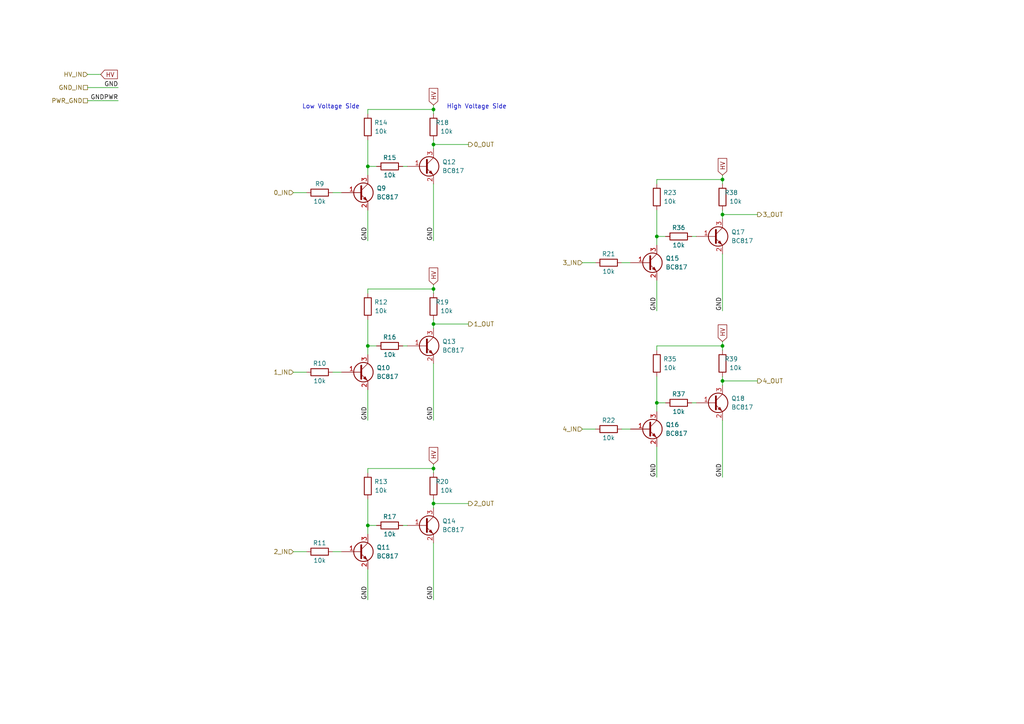
<source format=kicad_sch>
(kicad_sch (version 20211123) (generator eeschema)
  (paper "A4")
  (lib_symbols
    (symbol "000_Resistors_Immo:Resistor_0805" (pin_numbers hide) (pin_names (offset 0))
      (property "Reference" "R?" (at 2.54 1.2701 0))
      (property "Value" "Resistor_0805" (at 2.54 -1.2699 0))
      (symbol "Resistor_0805_0_1"
        (rectangle (start -1.016 -2.54) (end 1.016 2.54) (stroke (width 0.254)))
      )
      (symbol "Resistor_0805_1_1"
        (pin passive line (at 0 3.81 270) (length 1.27) (name "~") (number "1"))
        (pin passive line (at 0 -3.81 90) (length 1.27) (name "~") (number "2"))
      )
    )
    (symbol "Transistor_BJT:BC817" (pin_names (offset 0) hide)
      (property "Reference" "Q" (at 5.08 1.905 0))
      (property "Value" "BC817" (at 5.08 0 0))
      (symbol "BC817_0_1"
        (polyline (pts (xy 0.635 0.635) (xy 2.54 2.54)))
        (polyline (pts (xy 0.635 -0.635) (xy 2.54 -2.54) (xy 2.54 -2.54)))
        (polyline (pts (xy 0.635 1.905) (xy 0.635 -1.905) (xy 0.635 -1.905)) (stroke (width 0.508)))
        (polyline (pts (xy 1.27 -1.778) (xy 1.778 -1.27) (xy 2.286 -2.286) (xy 1.27 -1.778) (xy 1.27 -1.778)) (fill (type outline)))
        (circle (center 1.27 0) (radius 2.8194) (stroke (width 0.254)))
      )
      (symbol "BC817_1_1"
        (pin input line (at -5.08 0 0) (length 5.715) (name "B") (number "1"))
        (pin passive line (at 2.54 -5.08 90) (length 2.54) (name "E") (number "2"))
        (pin passive line (at 2.54 5.08 270) (length 2.54) (name "C") (number "3"))
      )
    )
  )
  (junction (at 125.73 93.98))
  (junction (at 125.73 135.89))
  (junction (at 209.55 62.23))
  (junction (at 106.68 48.26))
  (junction (at 125.73 83.82))
  (junction (at 190.5 68.58))
  (junction (at 125.73 146.05))
  (junction (at 125.73 31.75))
  (junction (at 190.5 116.84))
  (junction (at 106.68 152.4))
  (junction (at 125.73 41.91))
  (junction (at 209.55 52.07))
  (junction (at 209.55 100.33))
  (junction (at 106.68 100.33))
  (junction (at 209.55 110.49))
  (wire (pts (xy 106.68 135.89) (xy 106.68 137.16)))
  (wire (pts (xy 201.93 116.84) (xy 200.66 116.84)))
  (wire (pts (xy 106.68 152.4) (xy 106.68 154.94)))
  (wire (pts (xy 125.73 146.05) (xy 125.73 147.32)))
  (wire (pts (xy 125.73 105.41) (xy 125.73 121.92)))
  (wire (pts (xy 180.34 76.2) (xy 182.88 76.2)))
  (wire (pts (xy 106.68 48.26) (xy 106.68 50.8)))
  (wire (pts (xy 96.52 55.88) (xy 99.06 55.88)))
  (wire (pts (xy 106.68 100.33) (xy 109.22 100.33)))
  (wire (pts (xy 168.91 76.2) (xy 172.72 76.2)))
  (wire (pts (xy 25.4 25.4) (xy 34.29 25.4)))
  (wire (pts (xy 125.73 82.55) (xy 125.73 83.82)))
  (wire (pts (xy 209.55 121.92) (xy 209.55 138.43)))
  (wire (pts (xy 118.11 152.4) (xy 116.84 152.4)))
  (wire (pts (xy 125.73 144.78) (xy 125.73 146.05)))
  (wire (pts (xy 135.89 93.98) (xy 125.73 93.98)))
  (wire (pts (xy 190.5 109.22) (xy 190.5 116.84)))
  (wire (pts (xy 190.5 60.96) (xy 190.5 68.58)))
  (wire (pts (xy 209.55 99.06) (xy 209.55 100.33)))
  (wire (pts (xy 190.5 52.07) (xy 209.55 52.07)))
  (wire (pts (xy 209.55 52.07) (xy 209.55 53.34)))
  (wire (pts (xy 106.68 83.82) (xy 125.73 83.82)))
  (wire (pts (xy 209.55 60.96) (xy 209.55 62.23)))
  (wire (pts (xy 125.73 30.48) (xy 125.73 31.75)))
  (wire (pts (xy 125.73 31.75) (xy 125.73 33.02)))
  (wire (pts (xy 85.09 55.88) (xy 88.9 55.88)))
  (wire (pts (xy 168.91 124.46) (xy 172.72 124.46)))
  (wire (pts (xy 190.5 100.33) (xy 190.5 101.6)))
  (wire (pts (xy 180.34 124.46) (xy 182.88 124.46)))
  (wire (pts (xy 85.09 107.95) (xy 88.9 107.95)))
  (wire (pts (xy 209.55 50.8) (xy 209.55 52.07)))
  (wire (pts (xy 219.71 110.49) (xy 209.55 110.49)))
  (wire (pts (xy 219.71 62.23) (xy 209.55 62.23)))
  (wire (pts (xy 190.5 68.58) (xy 193.04 68.58)))
  (wire (pts (xy 106.68 152.4) (xy 109.22 152.4)))
  (wire (pts (xy 106.68 31.75) (xy 106.68 33.02)))
  (wire (pts (xy 190.5 68.58) (xy 190.5 71.12)))
  (wire (pts (xy 190.5 52.07) (xy 190.5 53.34)))
  (wire (pts (xy 125.73 41.91) (xy 125.73 43.18)))
  (wire (pts (xy 209.55 100.33) (xy 209.55 101.6)))
  (wire (pts (xy 135.89 146.05) (xy 125.73 146.05)))
  (wire (pts (xy 190.5 129.54) (xy 190.5 138.43)))
  (wire (pts (xy 106.68 92.71) (xy 106.68 100.33)))
  (wire (pts (xy 25.4 29.21) (xy 34.29 29.21)))
  (wire (pts (xy 106.68 144.78) (xy 106.68 152.4)))
  (wire (pts (xy 201.93 68.58) (xy 200.66 68.58)))
  (wire (pts (xy 106.68 83.82) (xy 106.68 85.09)))
  (wire (pts (xy 106.68 165.1) (xy 106.68 173.99)))
  (wire (pts (xy 190.5 116.84) (xy 193.04 116.84)))
  (wire (pts (xy 96.52 160.02) (xy 99.06 160.02)))
  (wire (pts (xy 96.52 107.95) (xy 99.06 107.95)))
  (wire (pts (xy 209.55 62.23) (xy 209.55 63.5)))
  (wire (pts (xy 106.68 100.33) (xy 106.68 102.87)))
  (wire (pts (xy 209.55 73.66) (xy 209.55 90.17)))
  (wire (pts (xy 125.73 157.48) (xy 125.73 173.99)))
  (wire (pts (xy 209.55 109.22) (xy 209.55 110.49)))
  (wire (pts (xy 125.73 83.82) (xy 125.73 85.09)))
  (wire (pts (xy 125.73 92.71) (xy 125.73 93.98)))
  (wire (pts (xy 190.5 100.33) (xy 209.55 100.33)))
  (wire (pts (xy 125.73 134.62) (xy 125.73 135.89)))
  (wire (pts (xy 209.55 110.49) (xy 209.55 111.76)))
  (wire (pts (xy 118.11 48.26) (xy 116.84 48.26)))
  (wire (pts (xy 106.68 60.96) (xy 106.68 69.85)))
  (wire (pts (xy 85.09 160.02) (xy 88.9 160.02)))
  (wire (pts (xy 106.68 40.64) (xy 106.68 48.26)))
  (wire (pts (xy 118.11 100.33) (xy 116.84 100.33)))
  (wire (pts (xy 106.68 113.03) (xy 106.68 121.92)))
  (wire (pts (xy 25.4 21.59) (xy 29.21 21.59)))
  (wire (pts (xy 135.89 41.91) (xy 125.73 41.91)))
  (wire (pts (xy 190.5 116.84) (xy 190.5 119.38)))
  (wire (pts (xy 125.73 93.98) (xy 125.73 95.25)))
  (wire (pts (xy 106.68 48.26) (xy 109.22 48.26)))
  (wire (pts (xy 106.68 135.89) (xy 125.73 135.89)))
  (wire (pts (xy 190.5 81.28) (xy 190.5 90.17)))
  (wire (pts (xy 106.68 31.75) (xy 125.73 31.75)))
  (wire (pts (xy 125.73 135.89) (xy 125.73 137.16)))
  (wire (pts (xy 125.73 53.34) (xy 125.73 69.85)))
  (wire (pts (xy 125.73 40.64) (xy 125.73 41.91)))
  (text "Low Voltage Side" (at 87.63 31.75 0) (effects (font (size 1.27 1.27)) (justify left bottom)))
  (text "High Voltage Side" (at 129.54 31.75 0) (effects (font (size 1.27 1.27)) (justify left bottom)))
  (label "GND" (at 106.68 69.85 90))
  (label "GND" (at 209.55 90.17 90))
  (label "GND" (at 106.68 173.99 90))
  (label "GND" (at 106.68 121.92 90))
  (label "GND" (at 190.5 90.17 90))
  (label "GND" (at 125.73 121.92 90))
  (label "GND" (at 209.55 138.43 90))
  (label "GNDPWR" (at 34.29 29.21 180))
  (label "GND" (at 125.73 173.99 90))
  (label "GND" (at 125.73 69.85 90))
  (label "GND" (at 34.29 25.4 180))
  (label "GND" (at 190.5 138.43 90))
  (global_label "HV" (shape input) (at 125.73 134.62 90) (property "Intersheet References" "${INTERSHEET_REFS}" (effects hide)))
  (global_label "HV" (shape input) (at 209.55 50.8 90) (property "Intersheet References" "${INTERSHEET_REFS}" (effects hide)))
  (global_label "HV" (shape input) (at 125.73 82.55 90) (property "Intersheet References" "${INTERSHEET_REFS}" (effects hide)))
  (global_label "HV" (shape input) (at 29.21 21.59 0) (property "Intersheet References" "${INTERSHEET_REFS}" (effects hide)))
  (global_label "HV" (shape input) (at 209.55 99.06 90) (property "Intersheet References" "${INTERSHEET_REFS}" (effects hide)))
  (global_label "HV" (shape input) (at 125.73 30.48 90) (property "Intersheet References" "${INTERSHEET_REFS}" (effects hide)))
  (hierarchical_label "2_OUT" (shape output) (at 135.89 146.05 0))
  (hierarchical_label "1_IN" (shape input) (at 85.09 107.95 180))
  (hierarchical_label "2_IN" (shape input) (at 85.09 160.02 180))
  (hierarchical_label "1_OUT" (shape output) (at 135.89 93.98 0))
  (hierarchical_label "3_IN" (shape input) (at 168.91 76.2 180))
  (hierarchical_label "4_OUT" (shape output) (at 219.71 110.49 0))
  (hierarchical_label "0_OUT" (shape output) (at 135.89 41.91 0))
  (hierarchical_label "4_IN" (shape input) (at 168.91 124.46 180))
  (hierarchical_label "PWR_GND" (shape passive) (at 25.4 29.21 180))
  (hierarchical_label "HV_IN" (shape input) (at 25.4 21.59 180))
  (hierarchical_label "0_IN" (shape input) (at 85.09 55.88 180))
  (hierarchical_label "3_OUT" (shape output) (at 219.71 62.23 0))
  (hierarchical_label "GND_IN" (shape passive) (at 25.4 25.4 180))
  (symbol (lib_id "Transistor_BJT:BC817") (at 123.19 100.33 0) (unit 1)
    (property "Reference" "Q13" (at 128.27 99.0599 0) (effects (justify left)))
    (property "Value" "BC817" (at 128.27 101.6 0) (effects (justify left)))
    (property "Footprint" "Package_TO_SOT_SMD:SOT-23" (effects hide))
    (property "Datasheet" "https://www.onsemi.com/pub/Collateral/BC818-D.pdf" (effects hide))
  )
  (symbol (lib_id "Transistor_BJT:BC817") (at 123.19 152.4 0) (unit 1)
    (property "Reference" "Q14" (at 128.27 151.1299 0) (effects (justify left)))
    (property "Value" "BC817" (at 128.27 153.67 0) (effects (justify left)))
    (property "Footprint" "Package_TO_SOT_SMD:SOT-23" (effects hide))
    (property "Datasheet" "https://www.onsemi.com/pub/Collateral/BC818-D.pdf" (effects hide))
  )
  (symbol (lib_id "000_Resistors_Immo:Resistor_0805") (at 92.71 160.02 90) (unit 1)
    (property "Reference" "R11" (at 92.71 157.48 90))
    (property "Value" "10k" (at 92.71 162.56 90))
    (property "Footprint" "Resistor_SMD:R_0805_2012Metric_Pad1.20x1.40mm_HandSolder" (effects hide))
  )
  (symbol (lib_id "000_Resistors_Immo:Resistor_0805") (at 196.85 116.84 90) (unit 1)
    (property "Reference" "R37" (at 196.85 114.3 90))
    (property "Value" "10k" (at 196.85 119.38 90))
    (property "Footprint" "Resistor_SMD:R_0805_2012Metric_Pad1.20x1.40mm_HandSolder" (effects hide))
  )
  (symbol (lib_id "Transistor_BJT:BC817") (at 104.14 160.02 0) (unit 1)
    (property "Reference" "Q11" (at 109.22 158.7499 0) (effects (justify left)))
    (property "Value" "BC817" (at 109.22 161.2899 0) (effects (justify left)))
    (property "Footprint" "Package_TO_SOT_SMD:SOT-23" (effects hide))
    (property "Datasheet" "https://www.onsemi.com/pub/Collateral/BC818-D.pdf" (effects hide))
  )
  (symbol (lib_id "Transistor_BJT:BC817") (at 187.96 124.46 0) (unit 1)
    (property "Reference" "Q16" (at 193.04 123.1899 0) (effects (justify left)))
    (property "Value" "BC817" (at 193.04 125.7299 0) (effects (justify left)))
    (property "Footprint" "Package_TO_SOT_SMD:SOT-23" (effects hide))
    (property "Datasheet" "https://www.onsemi.com/pub/Collateral/BC818-D.pdf" (effects hide))
  )
  (symbol (lib_id "Transistor_BJT:BC817") (at 104.14 107.95 0) (unit 1)
    (property "Reference" "Q10" (at 109.22 106.6799 0) (effects (justify left)))
    (property "Value" "BC817" (at 109.22 109.2199 0) (effects (justify left)))
    (property "Footprint" "Package_TO_SOT_SMD:SOT-23" (effects hide))
    (property "Datasheet" "https://www.onsemi.com/pub/Collateral/BC818-D.pdf" (effects hide))
  )
  (symbol (lib_id "000_Resistors_Immo:Resistor_0805") (at 176.53 76.2 90) (unit 1)
    (property "Reference" "R21" (at 176.53 73.66 90))
    (property "Value" "10k" (at 176.53 78.74 90))
    (property "Footprint" "Resistor_SMD:R_0805_2012Metric_Pad1.20x1.40mm_HandSolder" (effects hide))
  )
  (symbol (lib_id "Transistor_BJT:BC817") (at 104.14 55.88 0) (unit 1)
    (property "Reference" "Q9" (at 109.22 54.6099 0) (effects (justify left)))
    (property "Value" "BC817" (at 109.22 57.1499 0) (effects (justify left)))
    (property "Footprint" "Package_TO_SOT_SMD:SOT-23" (effects hide))
    (property "Datasheet" "https://www.onsemi.com/pub/Collateral/BC818-D.pdf" (effects hide))
  )
  (symbol (lib_id "000_Resistors_Immo:Resistor_0805") (at 113.03 152.4 90) (unit 1)
    (property "Reference" "R17" (at 113.03 149.86 90))
    (property "Value" "10k" (at 113.03 154.94 90))
    (property "Footprint" "Resistor_SMD:R_0805_2012Metric_Pad1.20x1.40mm_HandSolder" (effects hide))
  )
  (symbol (lib_id "Transistor_BJT:BC817") (at 123.19 48.26 0) (unit 1)
    (property "Reference" "Q12" (at 128.27 46.9899 0) (effects (justify left)))
    (property "Value" "BC817" (at 128.27 49.53 0) (effects (justify left)))
    (property "Footprint" "Package_TO_SOT_SMD:SOT-23" (effects hide))
    (property "Datasheet" "https://www.onsemi.com/pub/Collateral/BC818-D.pdf" (effects hide))
  )
  (symbol (lib_id "000_Resistors_Immo:Resistor_0805") (at 106.68 36.83 180) (unit 1)
    (property "Reference" "R14" (at 110.49 35.56 0))
    (property "Value" "10k" (at 110.49 38.1 0))
    (property "Footprint" "Resistor_SMD:R_0805_2012Metric_Pad1.20x1.40mm_HandSolder" (effects hide))
  )
  (symbol (lib_id "000_Resistors_Immo:Resistor_0805") (at 209.55 105.41 180) (unit 1)
    (property "Reference" "R39" (at 212.09 104.14 0))
    (property "Value" "10k" (at 213.36 106.68 0))
    (property "Footprint" "Resistor_SMD:R_0805_2012Metric_Pad1.20x1.40mm_HandSolder" (effects hide))
  )
  (symbol (lib_id "Transistor_BJT:BC817") (at 187.96 76.2 0) (unit 1)
    (property "Reference" "Q15" (at 193.04 74.9299 0) (effects (justify left)))
    (property "Value" "BC817" (at 193.04 77.4699 0) (effects (justify left)))
    (property "Footprint" "Package_TO_SOT_SMD:SOT-23" (effects hide))
    (property "Datasheet" "https://www.onsemi.com/pub/Collateral/BC818-D.pdf" (effects hide))
  )
  (symbol (lib_id "000_Resistors_Immo:Resistor_0805") (at 92.71 107.95 90) (unit 1)
    (property "Reference" "R10" (at 92.71 105.41 90))
    (property "Value" "10k" (at 92.71 110.49 90))
    (property "Footprint" "Resistor_SMD:R_0805_2012Metric_Pad1.20x1.40mm_HandSolder" (effects hide))
  )
  (symbol (lib_id "000_Resistors_Immo:Resistor_0805") (at 113.03 100.33 90) (unit 1)
    (property "Reference" "R16" (at 113.03 97.79 90))
    (property "Value" "10k" (at 113.03 102.87 90))
    (property "Footprint" "Resistor_SMD:R_0805_2012Metric_Pad1.20x1.40mm_HandSolder" (effects hide))
  )
  (symbol (lib_id "Transistor_BJT:BC817") (at 207.01 68.58 0) (unit 1)
    (property "Reference" "Q17" (at 212.09 67.3099 0) (effects (justify left)))
    (property "Value" "BC817" (at 212.09 69.85 0) (effects (justify left)))
    (property "Footprint" "Package_TO_SOT_SMD:SOT-23" (effects hide))
    (property "Datasheet" "https://www.onsemi.com/pub/Collateral/BC818-D.pdf" (effects hide))
  )
  (symbol (lib_id "000_Resistors_Immo:Resistor_0805") (at 209.55 57.15 180) (unit 1)
    (property "Reference" "R38" (at 212.09 55.88 0))
    (property "Value" "10k" (at 213.36 58.42 0))
    (property "Footprint" "Resistor_SMD:R_0805_2012Metric_Pad1.20x1.40mm_HandSolder" (effects hide))
  )
  (symbol (lib_id "000_Resistors_Immo:Resistor_0805") (at 196.85 68.58 90) (unit 1)
    (property "Reference" "R36" (at 196.85 66.04 90))
    (property "Value" "10k" (at 196.85 71.12 90))
    (property "Footprint" "Resistor_SMD:R_0805_2012Metric_Pad1.20x1.40mm_HandSolder" (effects hide))
  )
  (symbol (lib_id "000_Resistors_Immo:Resistor_0805") (at 125.73 36.83 180) (unit 1)
    (property "Reference" "R18" (at 128.27 35.56 0))
    (property "Value" "10k" (at 129.54 38.1 0))
    (property "Footprint" "Resistor_SMD:R_0805_2012Metric_Pad1.20x1.40mm_HandSolder" (effects hide))
  )
  (symbol (lib_id "000_Resistors_Immo:Resistor_0805") (at 125.73 88.9 180) (unit 1)
    (property "Reference" "R19" (at 128.27 87.63 0))
    (property "Value" "10k" (at 129.54 90.17 0))
    (property "Footprint" "Resistor_SMD:R_0805_2012Metric_Pad1.20x1.40mm_HandSolder" (effects hide))
  )
  (symbol (lib_id "000_Resistors_Immo:Resistor_0805") (at 113.03 48.26 90) (unit 1)
    (property "Reference" "R15" (at 113.03 45.72 90))
    (property "Value" "10k" (at 113.03 50.8 90))
    (property "Footprint" "Resistor_SMD:R_0805_2012Metric_Pad1.20x1.40mm_HandSolder" (effects hide))
  )
  (symbol (lib_id "000_Resistors_Immo:Resistor_0805") (at 125.73 140.97 180) (unit 1)
    (property "Reference" "R20" (at 128.27 139.7 0))
    (property "Value" "10k" (at 129.54 142.24 0))
    (property "Footprint" "Resistor_SMD:R_0805_2012Metric_Pad1.20x1.40mm_HandSolder" (effects hide))
  )
  (symbol (lib_id "000_Resistors_Immo:Resistor_0805") (at 176.53 124.46 90) (unit 1)
    (property "Reference" "R22" (at 176.53 121.92 90))
    (property "Value" "10k" (at 176.53 127 90))
    (property "Footprint" "Resistor_SMD:R_0805_2012Metric_Pad1.20x1.40mm_HandSolder" (effects hide))
  )
  (symbol (lib_id "000_Resistors_Immo:Resistor_0805") (at 106.68 88.9 180) (unit 1)
    (property "Reference" "R12" (at 110.49 87.63 0))
    (property "Value" "10k" (at 110.49 90.17 0))
    (property "Footprint" "Resistor_SMD:R_0805_2012Metric_Pad1.20x1.40mm_HandSolder" (effects hide))
  )
  (symbol (lib_id "Transistor_BJT:BC817") (at 207.01 116.84 0) (unit 1)
    (property "Reference" "Q18" (at 212.09 115.5699 0) (effects (justify left)))
    (property "Value" "BC817" (at 212.09 118.11 0) (effects (justify left)))
    (property "Footprint" "Package_TO_SOT_SMD:SOT-23" (effects hide))
    (property "Datasheet" "https://www.onsemi.com/pub/Collateral/BC818-D.pdf" (effects hide))
  )
  (symbol (lib_id "000_Resistors_Immo:Resistor_0805") (at 92.71 55.88 90) (unit 1)
    (property "Reference" "R9" (at 92.71 53.34 90))
    (property "Value" "10k" (at 92.71 58.42 90))
    (property "Footprint" "Resistor_SMD:R_0805_2012Metric_Pad1.20x1.40mm_HandSolder" (effects hide))
  )
  (symbol (lib_id "000_Resistors_Immo:Resistor_0805") (at 190.5 105.41 180) (unit 1)
    (property "Reference" "R35" (at 194.31 104.14 0))
    (property "Value" "10k" (at 194.31 106.68 0))
    (property "Footprint" "Resistor_SMD:R_0805_2012Metric_Pad1.20x1.40mm_HandSolder" (effects hide))
  )
  (symbol (lib_id "000_Resistors_Immo:Resistor_0805") (at 190.5 57.15 180) (unit 1)
    (property "Reference" "R23" (at 194.31 55.88 0))
    (property "Value" "10k" (at 194.31 58.42 0))
    (property "Footprint" "Resistor_SMD:R_0805_2012Metric_Pad1.20x1.40mm_HandSolder" (effects hide))
  )
  (symbol (lib_id "000_Resistors_Immo:Resistor_0805") (at 106.68 140.97 180) (unit 1)
    (property "Reference" "R13" (at 110.49 139.7 0))
    (property "Value" "10k" (at 110.49 142.24 0))
    (property "Footprint" "Resistor_SMD:R_0805_2012Metric_Pad1.20x1.40mm_HandSolder" (effects hide))
  )
)
</source>
